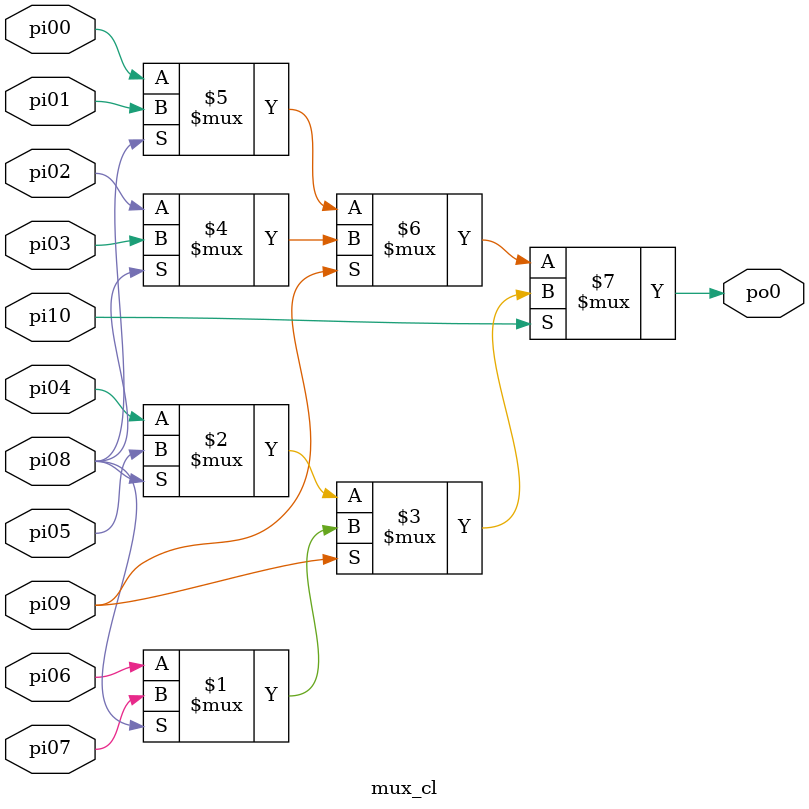
<source format=v>

module mux_cl ( 
    pi00, pi01, pi02, pi03, pi04, pi05, pi06, pi07, pi08, pi09, pi10,
    po0  );
  input  pi00, pi01, pi02, pi03, pi04, pi05, pi06, pi07, pi08, pi09,
    pi10;
  output po0;
  assign po0 = pi10 ? (pi09 ? (pi08 ? pi07 : pi06) : (pi08 ? pi05 : pi04)) : (pi09 ? (pi08 ? pi03 : pi02) : (pi08 ? pi01 : pi00));
endmodule



</source>
